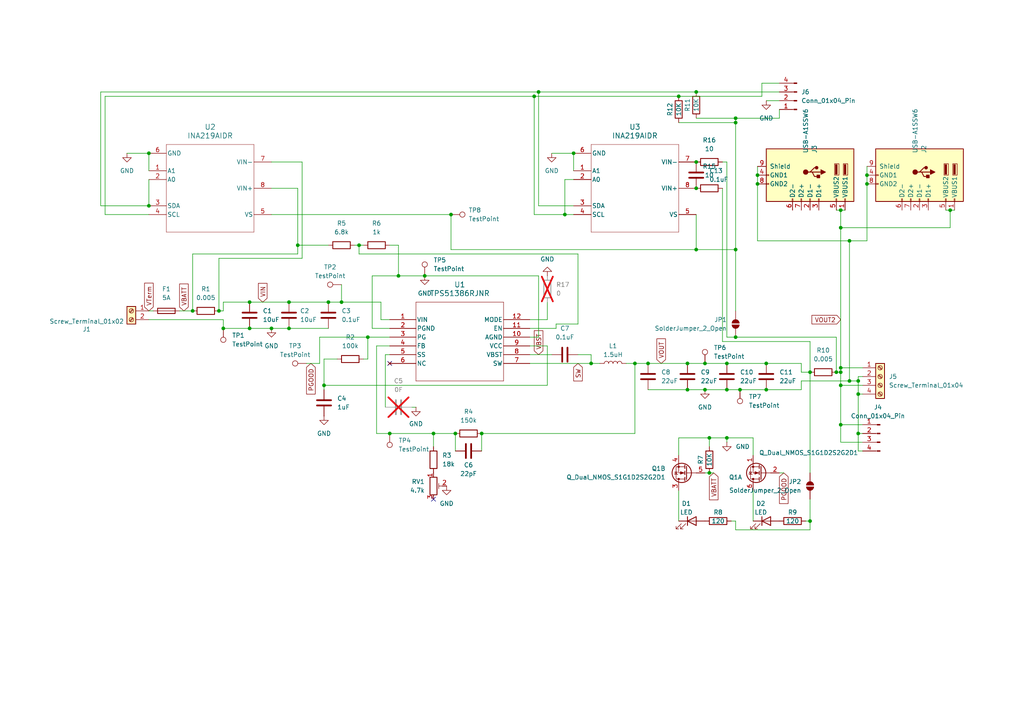
<source format=kicad_sch>
(kicad_sch (version 20231120) (generator "eeschema") (generator_version "8.0")
  (paper "A4")
  (lib_symbols
    (symbol "Connector:Conn_01x04_Pin" (pin_names (offset 1.016) hide)
      (property "Reference" "J" (at 0 5.08 0))
      (property "Value" "Conn_01x04_Pin" (at 0 -7.62 0))
      (symbol "Conn_01x04_Pin_1_1"
        (polyline (pts (xy 1.27 -5.08) (xy 0.8636 -5.08)) (stroke (width 0.1524)))
        (polyline (pts (xy 1.27 -2.54) (xy 0.8636 -2.54)) (stroke (width 0.1524)))
        (polyline (pts (xy 1.27 0) (xy 0.8636 0)) (stroke (width 0.1524)))
        (polyline (pts (xy 1.27 2.54) (xy 0.8636 2.54)) (stroke (width 0.1524)))
        (rectangle (start 0.8636 -4.953) (end 0 -5.207) (stroke (width 0.1524)) (fill (type outline)))
        (rectangle (start 0.8636 -2.413) (end 0 -2.667) (stroke (width 0.1524)) (fill (type outline)))
        (rectangle (start 0.8636 0.127) (end 0 -0.127) (stroke (width 0.1524)) (fill (type outline)))
        (rectangle (start 0.8636 2.667) (end 0 2.413) (stroke (width 0.1524)) (fill (type outline)))
        (pin passive line (at 5.08 2.54 180) (length 3.81) (name "Pin_1") (number "1"))
        (pin passive line (at 5.08 0 180) (length 3.81) (name "Pin_2") (number "2"))
        (pin passive line (at 5.08 -2.54 180) (length 3.81) (name "Pin_3") (number "3"))
        (pin passive line (at 5.08 -5.08 180) (length 3.81) (name "Pin_4") (number "4"))
      )
    )
    (symbol "Connector:Screw_Terminal_01x02" (pin_names (offset 1.016) hide)
      (property "Reference" "J" (at 0 2.54 0))
      (property "Value" "Screw_Terminal_01x02" (at 0 -5.08 0))
      (symbol "Screw_Terminal_01x02_1_1"
        (rectangle (start -1.27 1.27) (end 1.27 -3.81) (stroke (width 0.254)) (fill (type background)))
        (circle (center 0 -2.54) (radius 0.635) (stroke (width 0.1524)))
        (polyline (pts (xy -0.5334 -2.2098) (xy 0.3302 -3.048)) (stroke (width 0.1524)))
        (polyline (pts (xy -0.5334 0.3302) (xy 0.3302 -0.508)) (stroke (width 0.1524)))
        (polyline (pts (xy -0.3556 -2.032) (xy 0.508 -2.8702)) (stroke (width 0.1524)))
        (polyline (pts (xy -0.3556 0.508) (xy 0.508 -0.3302)) (stroke (width 0.1524)))
        (circle (center 0 0) (radius 0.635) (stroke (width 0.1524)))
        (pin passive line (at -5.08 0 0) (length 3.81) (name "Pin_1") (number "1"))
        (pin passive line (at -5.08 -2.54 0) (length 3.81) (name "Pin_2") (number "2"))
      )
    )
    (symbol "Connector:Screw_Terminal_01x04" (pin_names (offset 1.016) hide)
      (property "Reference" "J" (at 0 5.08 0))
      (property "Value" "Screw_Terminal_01x04" (at 0 -7.62 0))
      (symbol "Screw_Terminal_01x04_1_1"
        (rectangle (start -1.27 3.81) (end 1.27 -6.35) (stroke (width 0.254)) (fill (type background)))
        (circle (center 0 -5.08) (radius 0.635) (stroke (width 0.1524)))
        (circle (center 0 -2.54) (radius 0.635) (stroke (width 0.1524)))
        (polyline (pts (xy -0.5334 -4.7498) (xy 0.3302 -5.588)) (stroke (width 0.1524)))
        (polyline (pts (xy -0.5334 -2.2098) (xy 0.3302 -3.048)) (stroke (width 0.1524)))
        (polyline (pts (xy -0.5334 0.3302) (xy 0.3302 -0.508)) (stroke (width 0.1524)))
        (polyline (pts (xy -0.5334 2.8702) (xy 0.3302 2.032)) (stroke (width 0.1524)))
        (polyline (pts (xy -0.3556 -4.572) (xy 0.508 -5.4102)) (stroke (width 0.1524)))
        (polyline (pts (xy -0.3556 -2.032) (xy 0.508 -2.8702)) (stroke (width 0.1524)))
        (polyline (pts (xy -0.3556 0.508) (xy 0.508 -0.3302)) (stroke (width 0.1524)))
        (polyline (pts (xy -0.3556 3.048) (xy 0.508 2.2098)) (stroke (width 0.1524)))
        (circle (center 0 0) (radius 0.635) (stroke (width 0.1524)))
        (circle (center 0 2.54) (radius 0.635) (stroke (width 0.1524)))
        (pin passive line (at -5.08 2.54 0) (length 3.81) (name "Pin_1") (number "1"))
        (pin passive line (at -5.08 0 0) (length 3.81) (name "Pin_2") (number "2"))
        (pin passive line (at -5.08 -2.54 0) (length 3.81) (name "Pin_3") (number "3"))
        (pin passive line (at -5.08 -5.08 0) (length 3.81) (name "Pin_4") (number "4"))
      )
    )
    (symbol "Connector:TestPoint" (pin_numbers hide) (pin_names (offset 0.762) hide)
      (property "Reference" "TP" (at 0 6.858 0))
      (property "Value" "TestPoint" (at 0 5.08 0))
      (symbol "TestPoint_0_1"
        (circle (center 0 3.302) (radius 0.762))
      )
      (symbol "TestPoint_1_1"
        (pin passive line (at 0 0 90) (length 2.54) (name "1") (number "1"))
      )
    )
    (symbol "Connector:USB_A_Stacked" (pin_names (offset 1.016))
      (property "Reference" "J" (at 0 15.875 0))
      (property "Value" "USB_A_Stacked" (at 0 13.97 0))
      (symbol "USB_A_Stacked_0_1"
        (rectangle (start -7.62 12.7) (end 7.62 -12.7) (stroke (width 0.254)) (fill (type background)))
        (circle (center -2.159 1.905) (radius 0.381) (stroke (width 0.254)) (fill (type outline)))
        (circle (center -0.889 -1.27) (radius 0.635) (stroke (width 0.254)) (fill (type outline)))
        (rectangle (start -0.254 7.366) (end -3.048 7.874) (fill (type outline)))
        (rectangle (start -0.254 9.906) (end -3.048 10.414) (fill (type outline)))
        (rectangle (start -0.127 -12.7) (end 0.127 -11.938))
        (polyline (pts (xy -1.524 3.175) (xy -0.254 3.175) (xy -0.889 4.445) (xy -1.524 3.175)) (stroke (width 0.254)) (fill (type outline)))
        (polyline (pts (xy -0.889 -0.635) (xy -0.889 0) (xy -2.159 1.27) (xy -2.159 1.905)) (stroke (width 0.254)))
        (polyline (pts (xy -0.889 0) (xy -0.889 0.635) (xy 0.381 1.27) (xy 0.381 2.54)) (stroke (width 0.254)))
        (rectangle (start 0 2.794) (end 0.762 2.032) (stroke (width 0.254)) (fill (type outline)))
        (rectangle (start 0 7.112) (end -3.302 8.382))
        (rectangle (start 0 9.652) (end -3.302 10.922))
        (rectangle (start 2.413 -12.7) (end 2.667 -11.938))
        (rectangle (start 7.62 -5.207) (end 6.858 -4.953))
        (rectangle (start 7.62 -2.667) (end 6.858 -2.413))
        (rectangle (start 7.62 -0.127) (end 6.858 0.127))
        (rectangle (start 7.62 2.413) (end 6.858 2.667))
        (rectangle (start 7.62 7.493) (end 6.858 7.747))
        (rectangle (start 7.62 10.033) (end 6.858 10.287))
      )
      (symbol "USB_A_Stacked_1_1"
        (polyline (pts (xy -0.889 0.635) (xy -0.889 3.175)) (stroke (width 0.254)))
        (pin power_in line (at 10.16 10.16 180) (length 2.54) (name "VBUS1") (number "1"))
        (pin bidirectional line (at 10.16 0 180) (length 2.54) (name "D1-") (number "2"))
        (pin bidirectional line (at 10.16 2.54 180) (length 2.54) (name "D1+") (number "3"))
        (pin power_in line (at 0 -15.24 90) (length 2.54) (name "GND1") (number "4"))
        (pin power_in line (at 10.16 7.62 180) (length 2.54) (name "VBUS2") (number "5"))
        (pin bidirectional line (at 10.16 -5.08 180) (length 2.54) (name "D2-") (number "6"))
        (pin bidirectional line (at 10.16 -2.54 180) (length 2.54) (name "D2+") (number "7"))
        (pin power_in line (at 2.54 -15.24 90) (length 2.54) (name "GND2") (number "8"))
        (pin passive line (at -2.54 -15.24 90) (length 2.54) (name "Shield") (number "9"))
      )
    )
    (symbol "Device:C" (pin_numbers hide) (pin_names (offset 0.254))
      (property "Reference" "C" (at 0.635 2.54 0))
      (property "Value" "C" (at 0.635 -2.54 0))
      (symbol "C_0_1"
        (polyline (pts (xy -2.032 -0.762) (xy 2.032 -0.762)) (stroke (width 0.508)))
        (polyline (pts (xy -2.032 0.762) (xy 2.032 0.762)) (stroke (width 0.508)))
      )
      (symbol "C_1_1"
        (pin passive line (at 0 3.81 270) (length 2.794) (name "~") (number "1"))
        (pin passive line (at 0 -3.81 90) (length 2.794) (name "~") (number "2"))
      )
    )
    (symbol "Device:Fuse" (pin_numbers hide) (pin_names (offset 0))
      (property "Reference" "F" (at 2.032 0 90))
      (property "Value" "Fuse" (at -1.905 0 90))
      (symbol "Fuse_0_1"
        (rectangle (start -0.762 -2.54) (end 0.762 2.54) (stroke (width 0.254)))
        (polyline (pts (xy 0 2.54) (xy 0 -2.54)))
      )
      (symbol "Fuse_1_1"
        (pin passive line (at 0 3.81 270) (length 1.27) (name "~") (number "1"))
        (pin passive line (at 0 -3.81 90) (length 1.27) (name "~") (number "2"))
      )
    )
    (symbol "Device:L" (pin_numbers hide) (pin_names (offset 1.016) hide)
      (property "Reference" "L" (at -1.27 0 90))
      (property "Value" "L" (at 1.905 0 90))
      (symbol "L_0_1"
        (arc (start 0 -2.54) (mid 0.6323 -1.905) (end 0 -1.27))
        (arc (start 0 -1.27) (mid 0.6323 -0.635) (end 0 0))
        (arc (start 0 0) (mid 0.6323 0.635) (end 0 1.27))
        (arc (start 0 1.27) (mid 0.6323 1.905) (end 0 2.54))
      )
      (symbol "L_1_1"
        (pin passive line (at 0 3.81 270) (length 1.27) (name "1") (number "1"))
        (pin passive line (at 0 -3.81 90) (length 1.27) (name "2") (number "2"))
      )
    )
    (symbol "Device:LED" (pin_numbers hide) (pin_names (offset 1.016) hide)
      (property "Reference" "D" (at 0 2.54 0))
      (property "Value" "LED" (at 0 -2.54 0))
      (symbol "LED_0_1"
        (polyline (pts (xy -1.27 -1.27) (xy -1.27 1.27)) (stroke (width 0.254)))
        (polyline (pts (xy -1.27 0) (xy 1.27 0)))
        (polyline (pts (xy 1.27 -1.27) (xy 1.27 1.27) (xy -1.27 0) (xy 1.27 -1.27)) (stroke (width 0.254)))
        (polyline (pts (xy -3.048 -0.762) (xy -4.572 -2.286) (xy -3.81 -2.286) (xy -4.572 -2.286) (xy -4.572 -1.524)))
        (polyline (pts (xy -1.778 -0.762) (xy -3.302 -2.286) (xy -2.54 -2.286) (xy -3.302 -2.286) (xy -3.302 -1.524)))
      )
      (symbol "LED_1_1"
        (pin passive line (at -3.81 0 0) (length 2.54) (name "K") (number "1"))
        (pin passive line (at 3.81 0 180) (length 2.54) (name "A") (number "2"))
      )
    )
    (symbol "Device:Q_Dual_NMOS_S1G1D2S2G2D1" (pin_names (offset 0) hide)
      (property "Reference" "Q" (at 6.35 1.27 0))
      (property "Value" "Q_Dual_NMOS_S1G1D2S2G2D1" (at 19.05 -1.27 0))
      (symbol "Q_Dual_NMOS_S1G1D2S2G2D1_0_1"
        (polyline (pts (xy 0.254 0) (xy -2.54 0)))
        (polyline (pts (xy 0.254 1.905) (xy 0.254 -1.905)) (stroke (width 0.254)))
        (polyline (pts (xy 0.762 -1.27) (xy 0.762 -2.286)) (stroke (width 0.254)))
        (polyline (pts (xy 0.762 0.508) (xy 0.762 -0.508)) (stroke (width 0.254)))
        (polyline (pts (xy 0.762 2.286) (xy 0.762 1.27)) (stroke (width 0.254)))
        (polyline (pts (xy 2.54 2.54) (xy 2.54 1.778)))
        (polyline (pts (xy 2.54 -2.54) (xy 2.54 0) (xy 0.762 0)))
        (polyline (pts (xy 0.762 -1.778) (xy 3.302 -1.778) (xy 3.302 1.778) (xy 0.762 1.778)))
        (polyline (pts (xy 1.016 0) (xy 2.032 0.381) (xy 2.032 -0.381) (xy 1.016 0)) (fill (type outline)))
        (polyline (pts (xy 2.794 0.508) (xy 2.921 0.381) (xy 3.683 0.381) (xy 3.81 0.254)))
        (polyline (pts (xy 3.302 0.381) (xy 2.921 -0.254) (xy 3.683 -0.254) (xy 3.302 0.381)))
        (circle (center 1.651 0) (radius 2.794) (stroke (width 0.254)))
        (circle (center 2.54 -1.778) (radius 0.254) (fill (type outline)))
        (circle (center 2.54 1.778) (radius 0.254) (fill (type outline)))
      )
      (symbol "Q_Dual_NMOS_S1G1D2S2G2D1_1_1"
        (pin passive line (at 2.54 -5.08 90) (length 2.54) (name "S") (number "1"))
        (pin input line (at -5.08 0 0) (length 2.54) (name "G") (number "2"))
        (pin passive line (at 2.54 5.08 270) (length 2.54) (name "D") (number "6"))
      )
      (symbol "Q_Dual_NMOS_S1G1D2S2G2D1_2_1"
        (pin passive line (at 2.54 5.08 270) (length 2.54) (name "D") (number "3"))
        (pin passive line (at 2.54 -5.08 90) (length 2.54) (name "S") (number "4"))
        (pin input line (at -5.08 0 0) (length 2.54) (name "G") (number "5"))
      )
    )
    (symbol "Device:R" (pin_numbers hide) (pin_names (offset 0))
      (property "Reference" "R" (at 2.032 0 90))
      (property "Value" "R" (at 0 0 90))
      (symbol "R_0_1"
        (rectangle (start -1.016 -2.54) (end 1.016 2.54) (stroke (width 0.254)))
      )
      (symbol "R_1_1"
        (pin passive line (at 0 3.81 270) (length 1.27) (name "~") (number "1"))
        (pin passive line (at 0 -3.81 90) (length 1.27) (name "~") (number "2"))
      )
    )
    (symbol "Device:R_Potentiometer_Trim" (pin_names (offset 1.016) hide)
      (property "Reference" "RV" (at -4.445 0 90))
      (property "Value" "R_Potentiometer_Trim" (at -2.54 0 90))
      (symbol "R_Potentiometer_Trim_0_1"
        (polyline (pts (xy 1.524 0.762) (xy 1.524 -0.762)))
        (polyline (pts (xy 2.54 0) (xy 1.524 0)))
        (rectangle (start 1.016 2.54) (end -1.016 -2.54) (stroke (width 0.254)))
      )
      (symbol "R_Potentiometer_Trim_1_1"
        (pin passive line (at 0 3.81 270) (length 1.27) (name "1") (number "1"))
        (pin passive line (at 3.81 0 180) (length 1.27) (name "2") (number "2"))
        (pin passive line (at 0 -3.81 90) (length 1.27) (name "3") (number "3"))
      )
    )
    (symbol "INA219A:INA219AIDR" (pin_names (offset 0.254))
      (property "Reference" "U" (at 0 2.54 0))
      (property "Value" "INA219AIDR" (at 0 0 0))
      (symbol "INA219AIDR_0_1"
        (polyline (pts (xy -12.7 -12.7) (xy 12.7 -12.7)) (stroke (width 0.1016)))
        (polyline (pts (xy -12.7 12.7) (xy -12.7 -12.7)) (stroke (width 0.1016)))
        (polyline (pts (xy 12.7 -12.7) (xy 12.7 12.7)) (stroke (width 0.1016)))
        (polyline (pts (xy 12.7 12.7) (xy -12.7 12.7)) (stroke (width 0.1016)))
        (pin input line (at 17.78 -5.08 180) (length 5.08) (name "A1") (number "1"))
        (pin input line (at 17.78 -2.54 180) (length 5.08) (name "A0") (number "2"))
        (pin bidirectional line (at 17.78 5.08 180) (length 5.08) (name "SDA") (number "3"))
        (pin input line (at 17.78 7.62 180) (length 5.08) (name "SCL") (number "4"))
        (pin power_in line (at -17.78 7.62 0) (length 5.08) (name "VS") (number "5"))
        (pin power_in line (at 17.78 -10.16 180) (length 5.08) (name "GND") (number "6"))
        (pin power_in line (at -17.78 -7.62 0) (length 5.08) (name "VIN-") (number "7"))
        (pin power_in line (at -17.78 0 0) (length 5.08) (name "VIN+") (number "8"))
      )
    )
    (symbol "Jumper:SolderJumper_2_Open" (pin_numbers hide) (pin_names (offset 0) hide) (exclude_from_sim yes) (in_bom no)
      (property "Reference" "JP" (at 0 2.032 0))
      (property "Value" "SolderJumper_2_Open" (at 0 -2.54 0))
      (symbol "SolderJumper_2_Open_0_1"
        (arc (start -0.254 1.016) (mid -1.2656 0) (end -0.254 -1.016))
        (arc (start -0.254 1.016) (mid -1.2656 0) (end -0.254 -1.016) (fill (type outline)))
        (polyline (pts (xy -0.254 1.016) (xy -0.254 -1.016)))
        (polyline (pts (xy 0.254 1.016) (xy 0.254 -1.016)))
        (arc (start 0.254 -1.016) (mid 1.2656 0) (end 0.254 1.016))
        (arc (start 0.254 -1.016) (mid 1.2656 0) (end 0.254 1.016) (fill (type outline)))
      )
      (symbol "SolderJumper_2_Open_1_1"
        (pin passive line (at -3.81 0 0) (length 2.54) (name "A") (number "1"))
        (pin passive line (at 3.81 0 180) (length 2.54) (name "B") (number "2"))
      )
    )
    (symbol "TPS51386RJNR:TPS51386RJNR" (pin_names (offset 0.254))
      (property "Reference" "U" (at 20.32 10.16 0))
      (property "Value" "TPS51386RJNR" (at 20.32 7.62 0))
      (symbol "TPS51386RJNR_0_1"
        (polyline (pts (xy 7.62 -17.78) (xy 33.02 -17.78)) (stroke (width 0.127)))
        (polyline (pts (xy 7.62 5.08) (xy 7.62 -17.78)) (stroke (width 0.127)))
        (polyline (pts (xy 33.02 -17.78) (xy 33.02 5.08)) (stroke (width 0.127)))
        (polyline (pts (xy 33.02 5.08) (xy 7.62 5.08)) (stroke (width 0.127)))
        (pin power_in line (at 0 0 0) (length 7.62) (name "VIN") (number "1"))
        (pin power_out line (at 40.64 -5.08 180) (length 7.62) (name "AGND") (number "10"))
        (pin input line (at 40.64 -2.54 180) (length 7.62) (name "EN") (number "11"))
        (pin input line (at 40.64 0 180) (length 7.62) (name "MODE") (number "12"))
        (pin power_out line (at 0 -2.54 0) (length 7.62) (name "PGND") (number "2"))
        (pin output line (at 0 -5.08 0) (length 7.62) (name "PG") (number "3"))
        (pin input line (at 0 -7.62 0) (length 7.62) (name "FB") (number "4"))
        (pin output line (at 0 -10.16 0) (length 7.62) (name "SS") (number "5"))
        (pin no_connect line (at 0 -12.7 0) (length 7.62) (name "NC") (number "6"))
        (pin output line (at 40.64 -12.7 180) (length 7.62) (name "SW") (number "7"))
        (pin input line (at 40.64 -10.16 180) (length 7.62) (name "VBST") (number "8"))
        (pin output line (at 40.64 -7.62 180) (length 7.62) (name "VCC") (number "9"))
      )
    )
    (symbol "power:GND" (power) (pin_numbers hide) (pin_names (offset 0) hide)
      (property "Value" "GND" (at 0 -3.81 0))
      (symbol "GND_0_1"
        (polyline (pts (xy 0 0) (xy 0 -1.27) (xy 1.27 -1.27) (xy 0 -2.54) (xy -1.27 -1.27) (xy 0 -1.27)))
      )
      (symbol "GND_1_1"
        (pin power_in line (at 0 0 270) (length 0) (name "~") (number "1"))
      )
    )
  )
  (junction (at 219.71 50.8))
  (junction (at 132.08 125.73))
  (junction (at 72.39 87.63))
  (junction (at 246.38 69.85))
  (junction (at 219.71 53.34))
  (junction (at 205.74 127))
  (junction (at 210.82 127))
  (junction (at 78.74 95.25))
  (junction (at 83.82 87.63))
  (junction (at 201.93 72.39))
  (junction (at 154.94 27.94))
  (junction (at 234.95 151.13))
  (junction (at 196.85 27.94))
  (junction (at 234.95 107.95))
  (junction (at 204.47 105.41))
  (junction (at 99.06 87.63))
  (junction (at 115.57 80.01))
  (junction (at 125.73 125.73))
  (junction (at 163.83 62.23))
  (junction (at 199.39 113.03))
  (junction (at 251.46 53.34))
  (junction (at 243.84 60.96))
  (junction (at 213.36 97.79))
  (junction (at 156.21 26.67))
  (junction (at 275.59 60.96))
  (junction (at 123.19 80.01))
  (junction (at 201.93 46.99))
  (junction (at 139.7 125.73))
  (junction (at 64.77 95.25))
  (junction (at 55.88 90.17))
  (junction (at 95.25 87.63))
  (junction (at 222.25 113.03))
  (junction (at 213.36 35.56))
  (junction (at 222.25 105.41))
  (junction (at 106.68 97.79))
  (junction (at 242.57 107.95))
  (junction (at 43.18 44.45))
  (junction (at 243.84 107.95))
  (junction (at 43.18 59.69))
  (junction (at 210.82 105.41))
  (junction (at 63.5 90.17))
  (junction (at 243.84 111.76))
  (junction (at 243.84 123.19))
  (junction (at 213.36 34.29))
  (junction (at 243.84 106.68))
  (junction (at 248.92 125.73))
  (junction (at 72.39 95.25))
  (junction (at 166.37 44.45))
  (junction (at 93.98 111.76))
  (junction (at 205.74 137.16))
  (junction (at 210.82 113.03))
  (junction (at 213.36 72.39))
  (junction (at 104.14 71.12))
  (junction (at 184.15 105.41))
  (junction (at 130.81 62.23))
  (junction (at 171.45 105.41))
  (junction (at 214.63 113.03))
  (junction (at 251.46 50.8))
  (junction (at 83.82 95.25))
  (junction (at 204.47 113.03))
  (junction (at 86.36 71.12))
  (junction (at 199.39 105.41))
  (junction (at 248.92 110.49))
  (junction (at 246.38 110.49))
  (junction (at 243.84 66.04))
  (junction (at 201.93 54.61))
  (junction (at 113.03 125.73))
  (junction (at 248.92 114.3))
  (junction (at 187.96 105.41))
  (junction (at 201.93 26.67))
  (no_connect (at 125.73 144.78))
  (no_connect (at 113.03 105.41))
  (wire (pts (xy 153.67 92.71) (xy 158.75 92.71)))
  (wire (pts (xy 104.14 71.12) (xy 105.41 71.12)))
  (wire (pts (xy 93.98 111.76) (xy 158.75 111.76)))
  (wire (pts (xy 78.74 95.25) (xy 83.82 95.25)))
  (wire (pts (xy 156.21 26.67) (xy 156.21 59.69)))
  (wire (pts (xy 212.09 151.13) (xy 213.36 151.13)))
  (wire (pts (xy 78.74 46.99) (xy 87.63 46.99)))
  (wire (pts (xy 130.81 72.39) (xy 201.93 72.39)))
  (wire (pts (xy 243.84 60.96) (xy 245.11 60.96)))
  (wire (pts (xy 232.41 107.95) (xy 232.41 105.41)))
  (wire (pts (xy 115.57 71.12) (xy 115.57 80.01)))
  (wire (pts (xy 201.93 34.29) (xy 213.36 34.29)))
  (wire (pts (xy 105.41 104.14) (xy 106.68 104.14)))
  (wire (pts (xy 63.5 74.93) (xy 63.5 90.17)))
  (wire (pts (xy 234.95 107.95) (xy 234.95 137.16)))
  (wire (pts (xy 243.84 123.19) (xy 243.84 128.27)))
  (wire (pts (xy 78.74 54.61) (xy 86.36 54.61)))
  (wire (pts (xy 92.71 97.79) (xy 106.68 97.79)))
  (wire (pts (xy 219.71 53.34) (xy 219.71 50.8)))
  (wire (pts (xy 161.29 93.98) (xy 167.64 93.98)))
  (wire (pts (xy 201.93 72.39) (xy 213.36 72.39)))
  (wire (pts (xy 196.85 35.56) (xy 213.36 35.56)))
  (wire (pts (xy 210.82 128.27) (xy 210.82 127)))
  (wire (pts (xy 248.92 125.73) (xy 250.19 125.73)))
  (wire (pts (xy 243.84 111.76) (xy 250.19 111.76)))
  (wire (pts (xy 210.82 97.79) (xy 213.36 97.79)))
  (wire (pts (xy 210.82 46.99) (xy 210.82 97.79)))
  (wire (pts (xy 64.77 90.17) (xy 64.77 87.63)))
  (wire (pts (xy 275.59 66.04) (xy 275.59 60.96)))
  (wire (pts (xy 111.76 102.87) (xy 111.76 118.11)))
  (wire (pts (xy 93.98 111.76) (xy 93.98 104.14)))
  (wire (pts (xy 232.41 107.95) (xy 234.95 107.95)))
  (wire (pts (xy 139.7 125.73) (xy 184.15 125.73)))
  (wire (pts (xy 36.83 44.45) (xy 43.18 44.45)))
  (wire (pts (xy 243.84 106.68) (xy 250.19 106.68)))
  (wire (pts (xy 234.95 151.13) (xy 234.95 153.67)))
  (wire (pts (xy 110.49 87.63) (xy 110.49 92.71)))
  (wire (pts (xy 232.41 110.49) (xy 232.41 113.03)))
  (wire (pts (xy 52.07 90.17) (xy 55.88 90.17)))
  (wire (pts (xy 156.21 97.79) (xy 153.67 97.79)))
  (wire (pts (xy 158.75 100.33) (xy 158.75 111.76)))
  (wire (pts (xy 55.88 73.66) (xy 55.88 90.17)))
  (wire (pts (xy 132.08 125.73) (xy 132.08 130.81)))
  (wire (pts (xy 222.25 113.03) (xy 232.41 113.03)))
  (wire (pts (xy 153.67 102.87) (xy 160.02 102.87)))
  (wire (pts (xy 220.98 27.94) (xy 220.98 24.13)))
  (wire (pts (xy 95.25 87.63) (xy 99.06 87.63)))
  (wire (pts (xy 209.55 99.06) (xy 234.95 99.06)))
  (wire (pts (xy 113.03 125.73) (xy 125.73 125.73)))
  (wire (pts (xy 154.94 27.94) (xy 196.85 27.94)))
  (wire (pts (xy 106.68 97.79) (xy 113.03 97.79)))
  (wire (pts (xy 246.38 110.49) (xy 246.38 69.85)))
  (wire (pts (xy 274.32 60.96) (xy 275.59 60.96)))
  (wire (pts (xy 246.38 110.49) (xy 248.92 110.49)))
  (wire (pts (xy 210.82 113.03) (xy 214.63 113.03)))
  (wire (pts (xy 209.55 46.99) (xy 210.82 46.99)))
  (wire (pts (xy 205.74 127) (xy 210.82 127)))
  (wire (pts (xy 106.68 104.14) (xy 106.68 97.79)))
  (wire (pts (xy 87.63 74.93) (xy 87.63 46.99)))
  (wire (pts (xy 113.03 95.25) (xy 107.95 95.25)))
  (wire (pts (xy 64.77 87.63) (xy 72.39 87.63)))
  (wire (pts (xy 163.83 52.07) (xy 163.83 62.23)))
  (wire (pts (xy 205.74 137.16) (xy 204.47 137.16)))
  (wire (pts (xy 104.14 73.66) (xy 167.64 73.66)))
  (wire (pts (xy 218.44 127) (xy 218.44 132.08)))
  (wire (pts (xy 213.36 34.29) (xy 226.06 34.29)))
  (wire (pts (xy 242.57 97.79) (xy 242.57 107.95)))
  (wire (pts (xy 30.48 62.23) (xy 30.48 27.94)))
  (wire (pts (xy 209.55 54.61) (xy 209.55 99.06)))
  (wire (pts (xy 102.87 71.12) (xy 104.14 71.12)))
  (wire (pts (xy 166.37 59.69) (xy 156.21 59.69)))
  (wire (pts (xy 163.83 62.23) (xy 154.94 62.23)))
  (wire (pts (xy 113.03 71.12) (xy 115.57 71.12)))
  (wire (pts (xy 243.84 66.04) (xy 275.59 66.04)))
  (wire (pts (xy 207.01 137.16) (xy 205.74 137.16)))
  (wire (pts (xy 43.18 90.17) (xy 44.45 90.17)))
  (wire (pts (xy 251.46 53.34) (xy 251.46 50.8)))
  (wire (pts (xy 130.81 72.39) (xy 130.81 62.23)))
  (wire (pts (xy 167.64 102.87) (xy 171.45 102.87)))
  (wire (pts (xy 234.95 99.06) (xy 234.95 107.95)))
  (wire (pts (xy 243.84 106.68) (xy 243.84 107.95)))
  (wire (pts (xy 43.18 59.69) (xy 29.21 59.69)))
  (wire (pts (xy 251.46 69.85) (xy 251.46 53.34)))
  (wire (pts (xy 158.75 92.71) (xy 158.75 87.63)))
  (wire (pts (xy 83.82 95.25) (xy 95.25 95.25)))
  (wire (pts (xy 64.77 95.25) (xy 72.39 95.25)))
  (wire (pts (xy 243.84 111.76) (xy 243.84 123.19)))
  (wire (pts (xy 156.21 26.67) (xy 201.93 26.67)))
  (wire (pts (xy 243.84 107.95) (xy 243.84 111.76)))
  (wire (pts (xy 248.92 110.49) (xy 248.92 114.3)))
  (wire (pts (xy 166.37 44.45) (xy 166.37 49.53)))
  (wire (pts (xy 220.98 24.13) (xy 226.06 24.13)))
  (wire (pts (xy 243.84 128.27) (xy 250.19 128.27)))
  (wire (pts (xy 204.47 113.03) (xy 210.82 113.03)))
  (wire (pts (xy 246.38 69.85) (xy 251.46 69.85)))
  (wire (pts (xy 171.45 102.87) (xy 171.45 105.41)))
  (wire (pts (xy 251.46 50.8) (xy 251.46 48.26)))
  (wire (pts (xy 63.5 90.17) (xy 64.77 90.17)))
  (wire (pts (xy 113.03 100.33) (xy 109.22 100.33)))
  (wire (pts (xy 233.68 151.13) (xy 234.95 151.13)))
  (wire (pts (xy 222.25 29.21) (xy 226.06 29.21)))
  (wire (pts (xy 55.88 73.66) (xy 86.36 73.66)))
  (wire (pts (xy 232.41 105.41) (xy 222.25 105.41)))
  (wire (pts (xy 161.29 93.98) (xy 161.29 95.25)))
  (wire (pts (xy 123.19 80.01) (xy 156.21 80.01)))
  (wire (pts (xy 104.14 71.12) (xy 104.14 73.66)))
  (wire (pts (xy 107.95 80.01) (xy 115.57 80.01)))
  (wire (pts (xy 196.85 127) (xy 196.85 132.08)))
  (wire (pts (xy 248.92 109.22) (xy 250.19 109.22)))
  (wire (pts (xy 187.96 113.03) (xy 199.39 113.03)))
  (wire (pts (xy 113.03 102.87) (xy 111.76 102.87)))
  (wire (pts (xy 199.39 105.41) (xy 204.47 105.41)))
  (wire (pts (xy 160.02 44.45) (xy 166.37 44.45)))
  (wire (pts (xy 213.36 97.79) (xy 242.57 97.79)))
  (wire (pts (xy 43.18 44.45) (xy 43.18 49.53)))
  (wire (pts (xy 243.84 60.96) (xy 243.84 66.04)))
  (wire (pts (xy 196.85 142.24) (xy 196.85 151.13)))
  (wire (pts (xy 248.92 130.81) (xy 250.19 130.81)))
  (wire (pts (xy 154.94 62.23) (xy 154.94 27.94)))
  (wire (pts (xy 86.36 54.61) (xy 86.36 71.12)))
  (wire (pts (xy 78.74 62.23) (xy 130.81 62.23)))
  (wire (pts (xy 201.93 62.23) (xy 201.93 72.39)))
  (wire (pts (xy 219.71 50.8) (xy 219.71 48.26)))
  (wire (pts (xy 115.57 80.01) (xy 123.19 80.01)))
  (wire (pts (xy 161.29 95.25) (xy 153.67 95.25)))
  (wire (pts (xy 248.92 114.3) (xy 250.19 114.3)))
  (wire (pts (xy 109.22 100.33) (xy 109.22 125.73)))
  (wire (pts (xy 43.18 92.71) (xy 64.77 92.71)))
  (wire (pts (xy 88.9 105.41) (xy 92.71 105.41)))
  (wire (pts (xy 99.06 82.55) (xy 99.06 87.63)))
  (wire (pts (xy 107.95 95.25) (xy 107.95 80.01)))
  (wire (pts (xy 93.98 113.03) (xy 93.98 111.76)))
  (wire (pts (xy 153.67 105.41) (xy 171.45 105.41)))
  (wire (pts (xy 120.65 118.11) (xy 119.38 118.11)))
  (wire (pts (xy 30.48 27.94) (xy 154.94 27.94)))
  (wire (pts (xy 248.92 110.49) (xy 248.92 109.22)))
  (wire (pts (xy 243.84 60.96) (xy 242.57 60.96)))
  (wire (pts (xy 125.73 125.73) (xy 132.08 125.73)))
  (wire (pts (xy 181.61 105.41) (xy 184.15 105.41)))
  (wire (pts (xy 213.36 72.39) (xy 213.36 90.17)))
  (wire (pts (xy 234.95 144.78) (xy 234.95 151.13)))
  (wire (pts (xy 43.18 62.23) (xy 30.48 62.23)))
  (wire (pts (xy 109.22 125.73) (xy 113.03 125.73)))
  (wire (pts (xy 248.92 125.73) (xy 248.92 130.81)))
  (wire (pts (xy 110.49 92.71) (xy 113.03 92.71)))
  (wire (pts (xy 153.67 100.33) (xy 158.75 100.33)))
  (wire (pts (xy 243.84 66.04) (xy 243.84 106.68)))
  (wire (pts (xy 72.39 87.63) (xy 83.82 87.63)))
  (wire (pts (xy 187.96 105.41) (xy 199.39 105.41)))
  (wire (pts (xy 210.82 127) (xy 218.44 127)))
  (wire (pts (xy 205.74 127) (xy 205.74 129.54)))
  (wire (pts (xy 139.7 125.73) (xy 139.7 130.81)))
  (wire (pts (xy 234.95 153.67) (xy 213.36 153.67)))
  (wire (pts (xy 218.44 142.24) (xy 218.44 151.13)))
  (wire (pts (xy 86.36 71.12) (xy 95.25 71.12)))
  (wire (pts (xy 125.73 125.73) (xy 125.73 129.54)))
  (wire (pts (xy 196.85 27.94) (xy 220.98 27.94)))
  (wire (pts (xy 219.71 69.85) (xy 219.71 53.34)))
  (wire (pts (xy 226.06 31.75) (xy 226.06 34.29)))
  (wire (pts (xy 248.92 114.3) (xy 248.92 125.73)))
  (wire (pts (xy 166.37 52.07) (xy 163.83 52.07)))
  (wire (pts (xy 86.36 71.12) (xy 86.36 73.66)))
  (wire (pts (xy 232.41 110.49) (xy 246.38 110.49)))
  (wire (pts (xy 243.84 123.19) (xy 250.19 123.19)))
  (wire (pts (xy 99.06 87.63) (xy 110.49 87.63)))
  (wire (pts (xy 196.85 127) (xy 205.74 127)))
  (wire (pts (xy 242.57 107.95) (xy 243.84 107.95)))
  (wire (pts (xy 163.83 62.23) (xy 166.37 62.23)))
  (wire (pts (xy 92.71 105.41) (xy 92.71 97.79)))
  (wire (pts (xy 29.21 26.67) (xy 156.21 26.67)))
  (wire (pts (xy 171.45 105.41) (xy 173.99 105.41)))
  (wire (pts (xy 210.82 105.41) (xy 222.25 105.41)))
  (wire (pts (xy 63.5 74.93) (xy 87.63 74.93)))
  (wire (pts (xy 184.15 105.41) (xy 184.15 125.73)))
  (wire (pts (xy 201.93 26.67) (xy 226.06 26.67)))
  (wire (pts (xy 199.39 113.03) (xy 204.47 113.03)))
  (wire (pts (xy 246.38 69.85) (xy 219.71 69.85)))
  (wire (pts (xy 184.15 105.41) (xy 187.96 105.41)))
  (wire (pts (xy 275.59 60.96) (xy 276.86 60.96)))
  (wire (pts (xy 156.21 80.01) (xy 156.21 97.79)))
  (wire (pts (xy 64.77 92.71) (xy 64.77 95.25)))
  (wire (pts (xy 83.82 87.63) (xy 95.25 87.63)))
  (wire (pts (xy 93.98 104.14) (xy 97.79 104.14)))
  (wire (pts (xy 167.64 73.66) (xy 167.64 93.98)))
  (wire (pts (xy 214.63 113.03) (xy 222.25 113.03)))
  (wire (pts (xy 213.36 151.13) (xy 213.36 153.67)))
  (wire (pts (xy 227.33 137.16) (xy 226.06 137.16)))
  (wire (pts (xy 213.36 35.56) (xy 213.36 72.39)))
  (wire (pts (xy 213.36 34.29) (xy 213.36 35.56)))
  (wire (pts (xy 29.21 59.69) (xy 29.21 26.67)))
  (wire (pts (xy 72.39 95.25) (xy 78.74 95.25)))
  (wire (pts (xy 43.18 52.07) (xy 43.18 59.69)))
  (wire (pts (xy 204.47 105.41) (xy 210.82 105.41)))
  (global_label "SW" (shape input) (at 167.64 105.41 270) (property "Intersheetrefs" "${INTERSHEET_REFS}" (effects (hide yes))))
  (global_label "VOUT" (shape input) (at 191.77 105.41 90) (property "Intersheetrefs" "${INTERSHEET_REFS}" (effects (hide yes))))
  (global_label "VTerm" (shape input) (at 43.18 90.17 90) (property "Intersheetrefs" "${INTERSHEET_REFS}" (effects (hide yes))))
  (global_label "PGOOD" (shape input) (at 227.33 137.16 270) (property "Intersheetrefs" "${INTERSHEET_REFS}" (effects (hide yes))))
  (global_label "PGOOD" (shape input) (at 90.17 105.41 270) (property "Intersheetrefs" "${INTERSHEET_REFS}" (effects (hide yes))))
  (global_label "VIN" (shape input) (at 76.2 87.63 90) (property "Intersheetrefs" "${INTERSHEET_REFS}" (effects (hide yes))))
  (global_label "VBATT" (shape input) (at 53.34 90.17 90) (property "Intersheetrefs" "${INTERSHEET_REFS}" (effects (hide yes))))
  (global_label "VBST" (shape input) (at 156.21 102.87 90) (property "Intersheetrefs" "${INTERSHEET_REFS}" (effects (hide yes))))
  (global_label "VBATT" (shape input) (at 207.01 137.16 270) (property "Intersheetrefs" "${INTERSHEET_REFS}" (effects (hide yes))))
  (global_label "VOUT2" (shape input) (at 243.84 92.71 180) (property "Intersheetrefs" "${INTERSHEET_REFS}" (effects (hide yes))))
  (symbol (lib_id "Device:R") (at 101.6 104.14 90) (unit 1)
    (property "Reference" "R2" (at 101.6 97.79 90))
    (property "Value" "100k" (at 101.6 100.33 90))
    (property "Footprint" "Resistor_SMD:R_1206_3216Metric_Pad1.30x1.75mm_HandSolder" (effects (hide yes)))
    (property "Description" "Resistor" (effects (hide yes)))
  )
  (symbol (lib_id "INA219A:INA219AIDR") (at 60.96 54.61 180) (unit 1)
    (property "Reference" "U2" (at 60.96 36.83 0) (effects (font (size 1.524 1.524))))
    (property "Value" "INA219AIDR" (at 60.96 39.37 0) (effects (font (size 1.524 1.524))))
    (property "Footprint" "Package_SO:SOIC-8_3.9x4.9mm_P1.27mm" (effects (hide yes)))
    (property "Datasheet" "INA219AIDR" (effects (hide yes)))
  )
  (symbol (lib_id "power:GND") (at 93.98 120.65 0) (unit 1)
    (property "Reference" "#PWR03" (effects (hide yes)))
    (property "Value" "GND" (at 93.98 125.73 0))
    (property "Description" "Power symbol creates a global label with name \"GND\" , ground" (effects (hide yes)))
  )
  (symbol (lib_id "Connector:TestPoint") (at 204.47 105.41 0) (unit 1)
    (property "Reference" "TP6" (at 207.01 100.8379 0) (effects (justify left)))
    (property "Value" "TestPoint" (at 207.01 103.3779 0) (effects (justify left)))
    (property "Footprint" "TestPoint:TestPoint_Pad_D2.0mm" (effects (hide yes)))
    (property "Description" "test point" (effects (hide yes)))
  )
  (symbol (lib_id "power:GND") (at 78.74 95.25 0) (unit 1)
    (property "Reference" "#PWR02" (effects (hide yes)))
    (property "Value" "GND" (at 78.74 100.33 0))
    (property "Description" "Power symbol creates a global label with name \"GND\" , ground" (effects (hide yes)))
  )
  (symbol (lib_id "Device:Fuse") (at 48.26 90.17 90) (unit 1)
    (property "Reference" "F1" (at 48.26 83.82 90))
    (property "Value" "5A" (at 48.26 86.36 90))
    (property "Footprint" "Fuse:Fuse_0603_1608Metric_Pad1.05x0.95mm_HandSolder" (effects (hide yes)))
    (property "Description" "Fuse" (effects (hide yes)))
  )
  (symbol (lib_id "Device:R") (at 135.89 125.73 90) (unit 1)
    (property "Reference" "R4" (at 135.89 119.38 90))
    (property "Value" "150k" (at 135.89 121.92 90))
    (property "Footprint" "Resistor_SMD:R_1206_3216Metric_Pad1.30x1.75mm_HandSolder" (effects (hide yes)))
    (property "Description" "Resistor" (effects (hide yes)))
  )
  (symbol (lib_id "Device:Q_Dual_NMOS_S1G1D2S2G2D1") (at 220.98 137.16 180) (unit 1)
    (property "Reference" "Q1" (at 215.265 138.43 0) (effects (justify left)))
    (property "Value" "Q_Dual_NMOS_S1G1D2S2G2D1" (at 248.92 131.318 0) (effects (justify left)))
    (property "Footprint" "Package_TO_SOT_SMD:SOT-363_SC-70-6_Handsoldering" (effects (hide yes)))
  )
  (symbol (lib_id "Device:R") (at 208.28 151.13 90) (unit 1)
    (property "Reference" "R8" (at 208.28 148.59 90))
    (property "Value" "120" (at 208.28 151.13 90))
    (property "Footprint" "Resistor_SMD:R_0805_2012Metric_Pad1.20x1.40mm_HandSolder" (effects (hide yes)))
  )
  (symbol (lib_id "Device:R") (at 99.06 71.12 90) (unit 1)
    (property "Reference" "R5" (at 99.06 64.77 90))
    (property "Value" "6.8k" (at 99.06 67.31 90))
    (property "Footprint" "Resistor_SMD:R_0805_2012Metric_Pad1.20x1.40mm_HandSolder" (effects (hide yes)))
    (property "Description" "Resistor" (effects (hide yes)))
  )
  (symbol (lib_id "Connector:TestPoint") (at 214.63 113.03 180) (unit 1)
    (property "Reference" "TP7" (at 217.17 115.0619 0) (effects (justify right)))
    (property "Value" "TestPoint" (at 217.17 117.6019 0) (effects (justify right)))
    (property "Footprint" "TestPoint:TestPoint_Pad_D2.0mm" (effects (hide yes)))
    (property "Description" "test point" (effects (hide yes)))
  )
  (symbol (lib_id "Connector:Screw_Terminal_01x04") (at 255.27 109.22 0) (unit 1)
    (property "Reference" "J5" (at 257.81 109.2199 0) (effects (justify left)))
    (property "Value" "Screw_Terminal_01x04" (at 257.81 111.7599 0) (effects (justify left)))
    (property "Footprint" "TerminalBlock:TerminalBlock_bornier-4_P5.08mm" (effects (hide yes)))
    (property "Description" "Generic screw terminal, single row, 01x04, script generated (kicad-library-utils/schlib/autogen/connector/)" (effects (hide yes)))
  )
  (symbol (lib_id "Connector:Conn_01x04_Pin") (at 231.14 29.21 180) (unit 1)
    (property "Reference" "J6" (at 232.41 26.6699 0) (effects (justify right)))
    (property "Value" "Conn_01x04_Pin" (at 232.41 29.2099 0) (effects (justify right)))
    (property "Footprint" "Connector_PinHeader_2.54mm:PinHeader_1x04_P2.54mm_Vertical" (effects (hide yes)))
    (property "Description" "Generic connector, single row, 01x04, script generated" (effects (hide yes)))
  )
  (symbol (lib_id "Device:R") (at 196.85 31.75 180) (unit 1)
    (property "Reference" "R12" (at 194.31 31.75 90))
    (property "Value" "10K" (at 196.85 31.75 90))
    (property "Footprint" "Resistor_SMD:R_0805_2012Metric_Pad1.20x1.40mm_HandSolder" (effects (hide yes)))
  )
  (symbol (lib_id "power:GND") (at 160.02 44.45 0) (unit 1)
    (property "Reference" "#PWR07" (effects (hide yes)))
    (property "Value" "GND" (at 160.02 49.53 0))
    (property "Description" "Power symbol creates a global label with name \"GND\" , ground" (effects (hide yes)))
  )
  (symbol (lib_id "power:GND") (at 222.25 29.21 0) (unit 1)
    (property "Reference" "#PWR011" (effects (hide yes)))
    (property "Value" "GND" (at 222.25 34.29 0))
    (property "Description" "Power symbol creates a global label with name \"GND\" , ground" (effects (hide yes)))
  )
  (symbol (lib_id "Device:R_Potentiometer_Trim") (at 125.73 140.97 0) (unit 1)
    (property "Reference" "RV1" (at 123.19 139.6999 0) (effects (justify right)))
    (property "Value" "4.7k" (at 123.19 142.2399 0) (effects (justify right)))
    (property "Footprint" "Potentiometer_SMD:Potentiometer_Bourns_TC33X_Vertical" (effects (hide yes)))
    (property "Description" "Trim-potentiometer" (effects (hide yes)))
  )
  (symbol (lib_id "Device:R") (at 125.73 133.35 0) (unit 1)
    (property "Reference" "R3" (at 128.27 132.0799 0) (effects (justify left)))
    (property "Value" "18k" (at 128.27 134.6199 0) (effects (justify left)))
    (property "Footprint" "Resistor_SMD:R_1206_3216Metric_Pad1.30x1.75mm_HandSolder" (effects (hide yes)))
    (property "Description" "Resistor" (effects (hide yes)))
  )
  (symbol (lib_id "Device:C") (at 93.98 116.84 0) (unit 1)
    (property "Reference" "C4" (at 97.79 115.5699 0) (effects (justify left)))
    (property "Value" "1uF" (at 97.79 118.1099 0) (effects (justify left)))
    (property "Footprint" "Capacitor_SMD:C_1206_3216Metric_Pad1.33x1.80mm_HandSolder" (effects (hide yes)))
    (property "Description" "Unpolarized capacitor" (effects (hide yes)))
  )
  (symbol (lib_id "power:GND") (at 36.83 44.45 0) (unit 1)
    (property "Reference" "#PWR01" (effects (hide yes)))
    (property "Value" "GND" (at 36.83 49.53 0))
    (property "Description" "Power symbol creates a global label with name \"GND\" , ground" (effects (hide yes)))
  )
  (symbol (lib_id "Device:R") (at 205.74 46.99 90) (unit 1)
    (property "Reference" "R16" (at 205.74 40.64 90))
    (property "Value" "10" (at 205.74 43.18 90))
    (property "Footprint" "Resistor_SMD:R_1206_3216Metric_Pad1.30x1.75mm_HandSolder" (effects (hide yes)))
    (property "Description" "Resistor" (effects (hide yes)))
  )
  (symbol (lib_id "Device:R") (at 158.75 83.82 180) (unit 1) (dnp yes)
    (property "Reference" "R17" (at 161.29 82.5499 0) (effects (justify right)))
    (property "Value" "0" (at 161.29 85.0899 0) (effects (justify right)))
    (property "Footprint" "Resistor_SMD:R_1206_3216Metric_Pad1.30x1.75mm_HandSolder" (effects (hide yes)))
    (property "Description" "Resistor" (effects (hide yes)))
  )
  (symbol (lib_id "Device:C") (at 199.39 109.22 0) (unit 1)
    (property "Reference" "C9" (at 203.2 107.9499 0) (effects (justify left)))
    (property "Value" "22uF" (at 203.2 110.4899 0) (effects (justify left)))
    (property "Footprint" "Capacitor_SMD:C_1206_3216Metric_Pad1.33x1.80mm_HandSolder" (effects (hide yes)))
    (property "Description" "Unpolarized capacitor" (effects (hide yes)))
  )
  (symbol (lib_id "Device:C") (at 135.89 130.81 270) (unit 1)
    (property "Reference" "C6" (at 135.89 134.874 90))
    (property "Value" "22pF" (at 135.89 137.414 90))
    (property "Footprint" "Capacitor_SMD:C_1206_3216Metric_Pad1.33x1.80mm_HandSolder" (effects (hide yes)))
    (property "Description" "Unpolarized capacitor" (effects (hide yes)))
  )
  (symbol (lib_id "power:GND") (at 129.54 140.97 0) (unit 1)
    (property "Reference" "#PWR06" (effects (hide yes)))
    (property "Value" "GND" (at 129.54 146.05 0))
    (property "Description" "Power symbol creates a global label with name \"GND\" , ground" (effects (hide yes)))
  )
  (symbol (lib_id "Device:LED") (at 222.25 151.13 0) (unit 1)
    (property "Reference" "D2" (at 220.6625 146.05 0))
    (property "Value" "LED" (at 220.6625 148.59 0))
    (property "Footprint" "LED_SMD:LED_0805_2012Metric_Pad1.15x1.40mm_HandSolder" (effects (hide yes)))
  )
  (symbol (lib_id "Connector:TestPoint") (at 113.03 125.73 180) (unit 1)
    (property "Reference" "TP4" (at 115.57 127.7619 0) (effects (justify right)))
    (property "Value" "TestPoint" (at 115.57 130.3019 0) (effects (justify right)))
    (property "Footprint" "TestPoint:TestPoint_Pad_D2.0mm" (effects (hide yes)))
    (property "Description" "test point" (effects (hide yes)))
  )
  (symbol (lib_id "Connector:Conn_01x04_Pin") (at 255.27 125.73 0) (mirror y) (unit 1)
    (property "Reference" "J4" (at 254.635 118.11 0))
    (property "Value" "Conn_01x04_Pin" (at 254.635 120.65 0))
    (property "Footprint" "Connector_PinHeader_2.54mm:PinHeader_1x04_P2.54mm_Vertical" (effects (hide yes)))
    (property "Description" "Generic connector, single row, 01x04, script generated" (effects (hide yes)))
  )
  (symbol (lib_id "power:GND") (at 123.19 80.01 0) (unit 1)
    (property "Reference" "#PWR05" (effects (hide yes)))
    (property "Value" "GND" (at 123.19 85.09 0))
    (property "Description" "Power symbol creates a global label with name \"GND\" , ground" (effects (hide yes)))
  )
  (symbol (lib_id "Connector:TestPoint") (at 130.81 62.23 270) (unit 1)
    (property "Reference" "TP8" (at 135.89 60.9599 90) (effects (justify left)))
    (property "Value" "TestPoint" (at 135.89 63.4999 90) (effects (justify left)))
    (property "Footprint" "TPS51386:usb_symbol" (effects (hide yes)))
    (property "Description" "test point" (effects (hide yes)))
  )
  (symbol (lib_id "TPS51386RJNR:TPS51386RJNR") (at 113.03 92.71 0) (unit 1)
    (property "Reference" "U1" (at 133.35 82.55 0) (effects (font (size 1.524 1.524))))
    (property "Value" "TPS51386RJNR" (at 133.35 85.09 0) (effects (font (size 1.524 1.524))))
    (property "Footprint" "TPS51386:VQFN-HR12_RJN_TEX" (effects (hide yes)))
    (property "Datasheet" "TPS51386RJNR" (effects (hide yes)))
  )
  (symbol (lib_id "Connector:TestPoint") (at 64.77 95.25 180) (unit 1)
    (property "Reference" "TP1" (at 67.31 97.2819 0) (effects (justify right)))
    (property "Value" "TestPoint" (at 67.31 99.8219 0) (effects (justify right)))
    (property "Footprint" "TestPoint:TestPoint_Pad_D2.0mm" (effects (hide yes)))
    (property "Description" "test point" (effects (hide yes)))
  )
  (symbol (lib_id "INA219A:INA219AIDR") (at 184.15 54.61 180) (unit 1)
    (property "Reference" "U3" (at 184.15 36.83 0) (effects (font (size 1.524 1.524))))
    (property "Value" "INA219AIDR" (at 184.15 39.37 0) (effects (font (size 1.524 1.524))))
    (property "Footprint" "Package_SO:SOIC-8_3.9x4.9mm_P1.27mm" (effects (hide yes)))
    (property "Datasheet" "INA219AIDR" (effects (hide yes)))
  )
  (symbol (lib_id "Device:C") (at 72.39 91.44 0) (unit 1)
    (property "Reference" "C1" (at 76.2 90.1699 0) (effects (justify left)))
    (property "Value" "10uF" (at 76.2 92.7099 0) (effects (justify left)))
    (property "Footprint" "Capacitor_SMD:C_1206_3216Metric_Pad1.33x1.80mm_HandSolder" (effects (hide yes)))
    (property "Description" "Unpolarized capacitor" (effects (hide yes)))
  )
  (symbol (lib_id "Device:R") (at 109.22 71.12 90) (unit 1)
    (property "Reference" "R6" (at 109.22 64.77 90))
    (property "Value" "1k" (at 109.22 67.31 90))
    (property "Footprint" "Resistor_SMD:R_0805_2012Metric_Pad1.20x1.40mm_HandSolder" (effects (hide yes)))
    (property "Description" "Resistor" (effects (hide yes)))
  )
  (symbol (lib_id "Device:Q_Dual_NMOS_S1G1D2S2G2D1") (at 199.39 137.16 180) (unit 2)
    (property "Reference" "Q1" (at 193.04 135.8899 0) (effects (justify left)))
    (property "Value" "Q_Dual_NMOS_S1G1D2S2G2D1" (at 193.04 138.4299 0) (effects (justify left)))
    (property "Footprint" "Package_TO_SOT_SMD:SOT-363_SC-70-6_Handsoldering" (effects (hide yes)))
  )
  (symbol (lib_id "Device:C") (at 95.25 91.44 0) (unit 1)
    (property "Reference" "C3" (at 99.06 90.1699 0) (effects (justify left)))
    (property "Value" "0.1uF" (at 99.06 92.7099 0) (effects (justify left)))
    (property "Footprint" "Capacitor_SMD:C_1206_3216Metric_Pad1.33x1.80mm_HandSolder" (effects (hide yes)))
    (property "Description" "Unpolarized capacitor" (effects (hide yes)))
  )
  (symbol (lib_id "Device:C") (at 115.57 118.11 90) (unit 1) (dnp yes)
    (property "Reference" "C5" (at 115.57 110.49 90))
    (property "Value" "0F" (at 115.57 113.03 90))
    (property "Footprint" "Capacitor_SMD:C_1206_3216Metric_Pad1.33x1.80mm_HandSolder" (effects (hide yes)))
    (property "Description" "Unpolarized capacitor" (effects (hide yes)))
  )
  (symbol (lib_id "Jumper:SolderJumper_2_Open") (at 213.36 93.98 270) (mirror x) (unit 1) (exclude_from_sim yes) (in_bom no)
    (property "Reference" "JP1" (at 210.82 92.7099 90) (effects (justify right)))
    (property "Value" "SolderJumper_2_Open" (at 210.82 95.2499 90) (effects (justify right)))
    (property "Footprint" "Jumper:SolderJumper-2_P1.3mm_Open_TrianglePad1.0x1.5mm" (effects (hide yes)))
    (property "Description" "Solder Jumper, 2-pole, open" (effects (hide yes)))
  )
  (symbol (lib_id "Device:C") (at 222.25 109.22 0) (unit 1)
    (property "Reference" "C11" (at 226.06 107.9499 0) (effects (justify left)))
    (property "Value" "22uF" (at 226.06 110.4899 0) (effects (justify left)))
    (property "Footprint" "Capacitor_SMD:C_1206_3216Metric_Pad1.33x1.80mm_HandSolder" (effects (hide yes)))
    (property "Description" "Unpolarized capacitor" (effects (hide yes)))
  )
  (symbol (lib_id "Connector:Screw_Terminal_01x02") (at 38.1 90.17 0) (mirror y) (unit 1)
    (property "Reference" "J1" (at 25.146 95.504 0))
    (property "Value" "Screw_Terminal_01x02" (at 25.146 93.218 0))
    (property "Footprint" "TerminalBlock:TerminalBlock_bornier-2_P5.08mm" (effects (hide yes)))
    (property "Description" "Generic screw terminal, single row, 01x02, script generated (kicad-library-utils/schlib/autogen/connector/)" (effects (hide yes)))
  )
  (symbol (lib_id "Connector:TestPoint") (at 99.06 82.55 90) (unit 1)
    (property "Reference" "TP2" (at 95.758 77.47 90))
    (property "Value" "TestPoint" (at 95.758 80.01 90))
    (property "Footprint" "TestPoint:TestPoint_Pad_D2.0mm" (effects (hide yes)))
    (property "Description" "test point" (effects (hide yes)))
  )
  (symbol (lib_id "Device:R") (at 229.87 151.13 90) (unit 1)
    (property "Reference" "R9" (at 229.87 148.59 90))
    (property "Value" "120" (at 229.87 151.13 90))
    (property "Footprint" "Resistor_SMD:R_0805_2012Metric_Pad1.20x1.40mm_HandSolder" (effects (hide yes)))
  )
  (symbol (lib_id "Device:L") (at 177.8 105.41 90) (unit 1)
    (property "Reference" "L1" (at 177.8 100.33 90))
    (property "Value" "1.5uH" (at 177.8 102.87 90))
    (property "Footprint" "TPS51386:L_Panasonic_ETQP4M---KVK" (effects (hide yes)))
    (property "Description" "Inductor" (effects (hide yes)))
  )
  (symbol (lib_id "Device:R") (at 201.93 30.48 180) (unit 1)
    (property "Reference" "R11" (at 199.39 30.48 90))
    (property "Value" "10K" (at 201.93 30.48 90))
    (property "Footprint" "Resistor_SMD:R_0805_2012Metric_Pad1.20x1.40mm_HandSolder" (effects (hide yes)))
  )
  (symbol (lib_id "Device:LED") (at 200.66 151.13 0) (unit 1)
    (property "Reference" "D1" (at 199.0725 146.05 0))
    (property "Value" "LED" (at 199.0725 148.59 0))
    (property "Footprint" "LED_SMD:LED_0805_2012Metric_Pad1.15x1.40mm_HandSolder" (effects (hide yes)))
  )
  (symbol (lib_id "Device:C") (at 187.96 109.22 0) (unit 1)
    (property "Reference" "C8" (at 191.77 107.9499 0) (effects (justify left)))
    (property "Value" "22uF" (at 191.77 110.4899 0) (effects (justify left)))
    (property "Footprint" "Capacitor_SMD:C_1206_3216Metric_Pad1.33x1.80mm_HandSolder" (effects (hide yes)))
    (property "Description" "Unpolarized capacitor" (effects (hide yes)))
  )
  (symbol (lib_id "power:GND") (at 210.82 128.27 0) (unit 1)
    (property "Reference" "#PWR010" (effects (hide yes)))
    (property "Value" "GND" (at 213.36 129.5399 0) (effects (justify left)))
  )
  (symbol (lib_id "Device:R") (at 205.74 54.61 90) (unit 1)
    (property "Reference" "R15" (at 205.74 48.26 90))
    (property "Value" "10" (at 205.74 50.8 90))
    (property "Footprint" "Resistor_SMD:R_1206_3216Metric_Pad1.30x1.75mm_HandSolder" (effects (hide yes)))
    (property "Description" "Resistor" (effects (hide yes)))
  )
  (symbol (lib_id "Device:R") (at 205.74 133.35 180) (unit 1)
    (property "Reference" "R7" (at 203.2 133.35 90))
    (property "Value" "10K" (at 205.74 133.35 90))
    (property "Footprint" "Resistor_SMD:R_0805_2012Metric_Pad1.20x1.40mm_HandSolder" (effects (hide yes)))
  )
  (symbol (lib_id "Device:R") (at 59.69 90.17 90) (unit 1)
    (property "Reference" "R1" (at 59.69 83.82 90))
    (property "Value" "0.005" (at 59.69 86.36 90))
    (property "Footprint" "Resistor_SMD:R_1206_3216Metric_Pad1.30x1.75mm_HandSolder" (effects (hide yes)))
    (property "Description" "Resistor" (effects (hide yes)))
  )
  (symbol (lib_id "Device:R") (at 238.76 107.95 90) (unit 1)
    (property "Reference" "R10" (at 238.76 101.6 90))
    (property "Value" "0.005" (at 238.76 104.14 90))
    (property "Footprint" "Resistor_SMD:R_1206_3216Metric_Pad1.30x1.75mm_HandSolder" (effects (hide yes)))
    (property "Description" "Resistor" (effects (hide yes)))
  )
  (symbol (lib_id "Connector:USB_A_Stacked") (at 266.7 50.8 270) (unit 1)
    (property "Reference" "J2" (at 267.9701 44.45 0) (effects (justify right)))
    (property "Value" "USB-A1SSW6" (at 265.4301 44.45 0) (effects (justify right)))
    (property "Footprint" "Connector_USB:USB_A_Wuerth_61400826021_Horizontal_Stacked" (effects (hide yes)))
    (property "Datasheet" " ~" (effects (hide yes)))
    (property "Description" "USB Type A connector, stacked" (effects (hide yes)))
    (property "PARTREV" "A" (effects (hide yes)))
    (property "MANUFACTURER" "On Shore Technology" (effects (hide yes)))
    (property "MAXIMUM_PACKAGE_HEIGHT" "14.6mm" (effects (hide yes)))
    (property "STANDARD" "Manufacturer Recommendations" (effects (hide yes)))
  )
  (symbol (lib_id "power:GND") (at 158.75 80.01 180) (unit 1)
    (property "Reference" "#PWR08" (effects (hide yes)))
    (property "Value" "GND" (at 158.75 75.184 0))
    (property "Description" "Power symbol creates a global label with name \"GND\" , ground" (effects (hide yes)))
  )
  (symbol (lib_id "power:GND") (at 120.65 118.11 0) (unit 1)
    (property "Reference" "#PWR04" (effects (hide yes)))
    (property "Value" "GND" (at 120.65 122.936 0))
    (property "Description" "Power symbol creates a global label with name \"GND\" , ground" (effects (hide yes)))
  )
  (symbol (lib_id "Connector:TestPoint") (at 88.9 105.41 90) (unit 1)
    (property "Reference" "TP3" (at 85.598 100.33 90))
    (property "Value" "TestPoint" (at 85.598 102.87 90))
    (property "Footprint" "TestPoint:TestPoint_Pad_D2.0mm" (effects (hide yes)))
    (property "Description" "test point" (effects (hide yes)))
  )
  (symbol (lib_id "Device:C") (at 83.82 91.44 0) (unit 1)
    (property "Reference" "C2" (at 87.0099 90.1699 0) (effects (justify left)))
    (property "Value" "10uF" (at 87.0099 92.7099 0) (effects (justify left)))
    (property "Footprint" "Capacitor_SMD:C_1206_3216Metric_Pad1.33x1.80mm_HandSolder" (effects (hide yes)))
    (property "Description" "Unpolarized capacitor" (effects (hide yes)))
  )
  (symbol (lib_id "Connector:USB_A_Stacked") (at 234.95 50.8 270) (unit 1)
    (property "Reference" "J3" (at 236.2201 44.45 0) (effects (justify right)))
    (property "Value" "USB-A1SSW6" (at 233.6801 44.45 0) (effects (justify right)))
    (property "Footprint" "Connector_USB:USB_A_Wuerth_61400826021_Horizontal_Stacked" (effects (hide yes)))
    (property "Datasheet" " ~" (effects (hide yes)))
    (property "Description" "USB Type A connector, stacked" (effects (hide yes)))
    (property "PARTREV" "A" (effects (hide yes)))
    (property "MANUFACTURER" "On Shore Technology" (effects (hide yes)))
    (property "MAXIMUM_PACKAGE_HEIGHT" "14.6mm" (effects (hide yes)))
    (property "STANDARD" "Manufacturer Recommendations" (effects (hide yes)))
  )
  (symbol (lib_id "Device:C") (at 210.82 109.22 0) (unit 1)
    (property "Reference" "C10" (at 214.63 107.9499 0) (effects (justify left)))
    (property "Value" "22uF" (at 214.63 110.4899 0) (effects (justify left)))
    (property "Footprint" "Capacitor_SMD:C_1206_3216Metric_Pad1.33x1.80mm_HandSolder" (effects (hide yes)))
    (property "Description" "Unpolarized capacitor" (effects (hide yes)))
  )
  (symbol (lib_id "Jumper:SolderJumper_2_Open") (at 234.95 140.97 270) (mirror x) (unit 1) (exclude_from_sim yes) (in_bom no)
    (property "Reference" "JP2" (at 232.41 139.6999 90) (effects (justify right)))
    (property "Value" "SolderJumper_2_Open" (at 232.41 142.2399 90) (effects (justify right)))
    (property "Footprint" "Jumper:SolderJumper-2_P1.3mm_Open_TrianglePad1.0x1.5mm" (effects (hide yes)))
    (property "Description" "Solder Jumper, 2-pole, open" (effects (hide yes)))
  )
  (symbol (lib_id "Device:C") (at 201.93 50.8 0) (unit 1)
    (property "Reference" "C13" (at 205.74 49.5299 0) (effects (justify left)))
    (property "Value" "0.1uF" (at 205.74 52.0699 0) (effects (justify left)))
    (property "Footprint" "Capacitor_SMD:C_1206_3216Metric_Pad1.33x1.80mm_HandSolder" (effects (hide yes)))
    (property "Description" "Unpolarized capacitor" (effects (hide yes)))
  )
  (symbol (lib_id "Connector:TestPoint") (at 123.19 80.01 0) (unit 1)
    (property "Reference" "TP5" (at 125.73 75.4379 0) (effects (justify left)))
    (property "Value" "TestPoint" (at 125.73 77.9779 0) (effects (justify left)))
    (property "Footprint" "TestPoint:TestPoint_Pad_D2.0mm" (effects (hide yes)))
    (property "Description" "test point" (effects (hide yes)))
  )
  (symbol (lib_id "power:GND") (at 204.47 113.03 0) (unit 1)
    (property "Reference" "#PWR09" (effects (hide yes)))
    (property "Value" "GND" (at 204.47 118.11 0))
    (property "Description" "Power symbol creates a global label with name \"GND\" , ground" (effects (hide yes)))
  )
  (symbol (lib_id "Device:C") (at 163.83 102.87 90) (unit 1)
    (property "Reference" "C7" (at 163.83 95.25 90))
    (property "Value" "0.1uF" (at 163.83 97.79 90))
    (property "Footprint" "Capacitor_SMD:C_1206_3216Metric_Pad1.33x1.80mm_HandSolder" (effects (hide yes)))
    (property "Description" "Unpolarized capacitor" (effects (hide yes)))
  )
)
</source>
